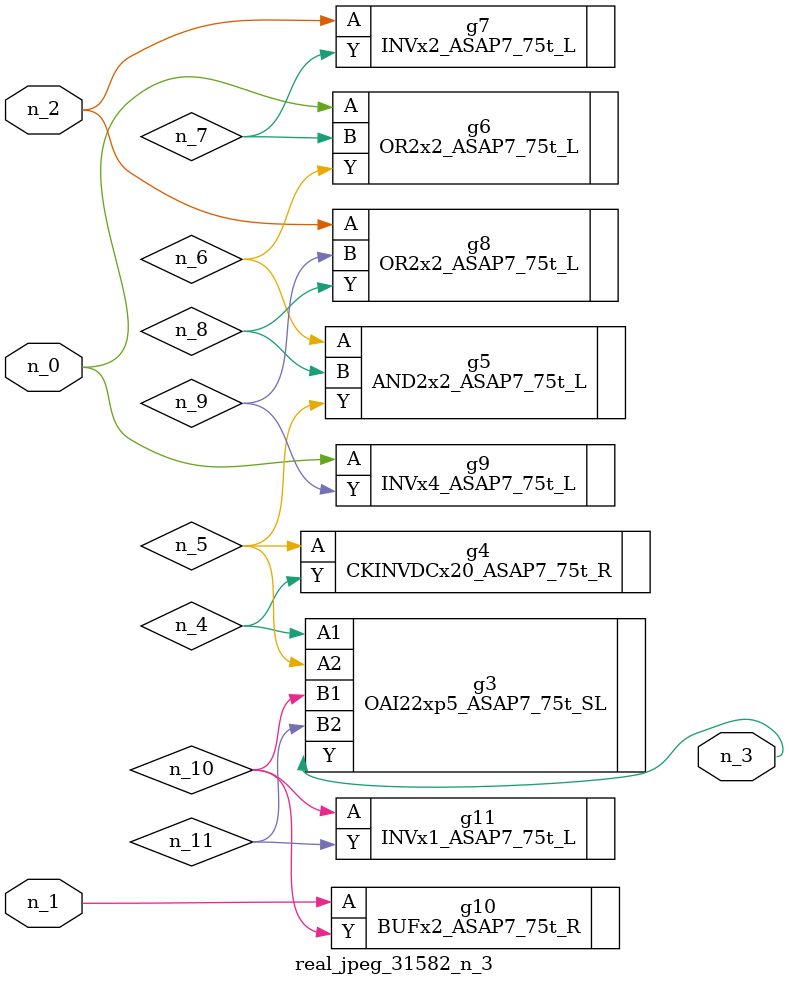
<source format=v>
module real_jpeg_31582_n_3 (n_1, n_0, n_2, n_3);

input n_1;
input n_0;
input n_2;

output n_3;

wire n_5;
wire n_4;
wire n_8;
wire n_11;
wire n_6;
wire n_7;
wire n_10;
wire n_9;

OR2x2_ASAP7_75t_L g6 ( 
.A(n_0),
.B(n_7),
.Y(n_6)
);

INVx4_ASAP7_75t_L g9 ( 
.A(n_0),
.Y(n_9)
);

BUFx2_ASAP7_75t_R g10 ( 
.A(n_1),
.Y(n_10)
);

INVx2_ASAP7_75t_L g7 ( 
.A(n_2),
.Y(n_7)
);

OR2x2_ASAP7_75t_L g8 ( 
.A(n_2),
.B(n_9),
.Y(n_8)
);

OAI22xp5_ASAP7_75t_SL g3 ( 
.A1(n_4),
.A2(n_5),
.B1(n_10),
.B2(n_11),
.Y(n_3)
);

CKINVDCx20_ASAP7_75t_R g4 ( 
.A(n_5),
.Y(n_4)
);

AND2x2_ASAP7_75t_L g5 ( 
.A(n_6),
.B(n_8),
.Y(n_5)
);

INVx1_ASAP7_75t_L g11 ( 
.A(n_10),
.Y(n_11)
);


endmodule
</source>
